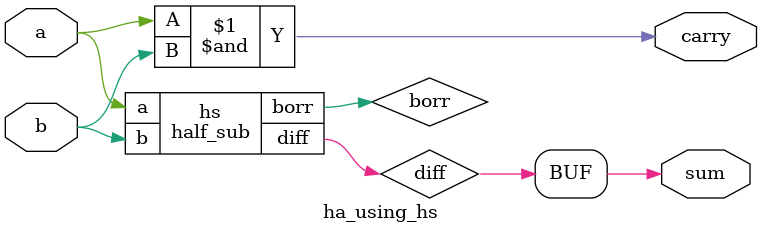
<source format=v>
module half_sub(
    input a, b,
    output diff, borr
);
    assign diff = a ^ b;      
    assign borrow = ~a & b;  
endmodule

// Half Adder using Half Subtractor
module ha_using_hs(
    input a, b,
    output sum, carry
);
    wire diff, borr;

 //we are initiating hs
    half_sub hs (
        .a(a),
        .b(b),
        .diff(diff),
        .borr(borr)
    );

    assign sum = diff;      
    assign carry = a & b;  
endmodule
</source>
